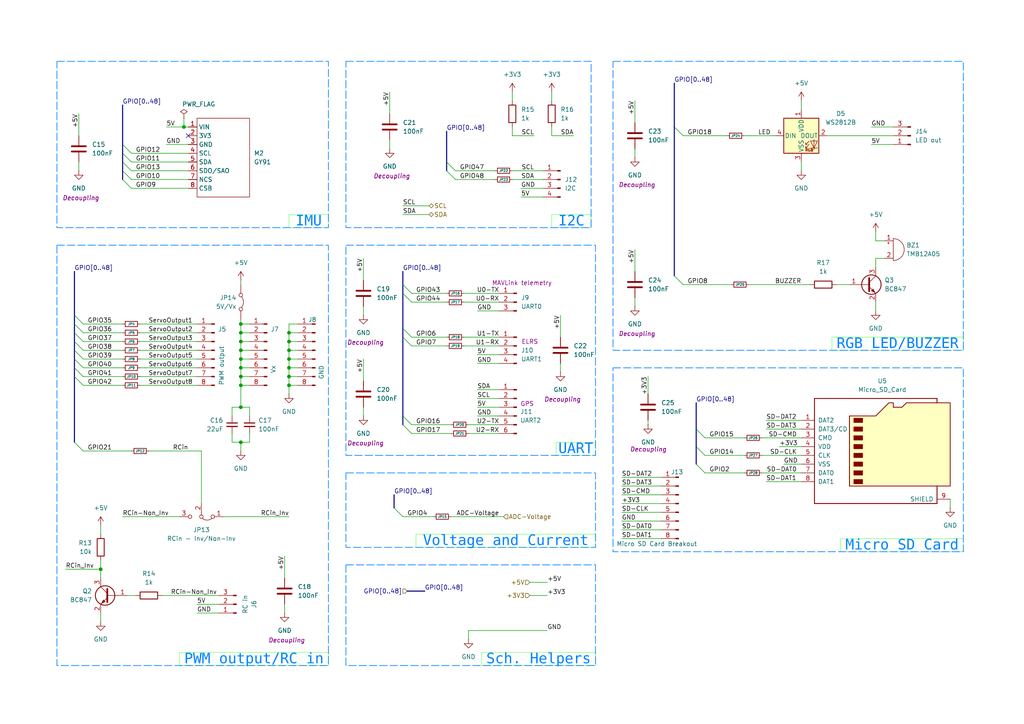
<source format=kicad_sch>
(kicad_sch (version 20250114) (generator "eeschema") (generator_version "9.0")
  (paper "A4")
  (title_block (title "Open-ESPilot"))
  (rectangle (start 16.51 71.12) (end 95.25 193.04) (stroke (width 0.2) (type dash) (color 0 128 255 1)))
  (rectangle (start 100.33 163.83) (end 172.72 193.04) (stroke (width 0.2) (type dash) (color 0 128 255 1)))
  (rectangle (start 16.51 17.78) (end 95.25 66.04) (stroke (width 0.2) (type dash) (color 0 128 255 1)))
  (rectangle (start 177.8 106.68) (end 279.4 160.02) (stroke (width 0.2) (type dash) (color 0 128 255 1)))
  (rectangle (start 100.33 137.16) (end 172.72 158.75) (stroke (width 0.2) (type dash) (color 0 128 255 1)))
  (rectangle (start 177.8 17.78) (end 279.4 101.6) (stroke (width 0.2) (type dash) (color 0 128 255 1)))
  (rectangle (start 100.33 71.12) (end 172.72 132.08) (stroke (width 0.2) (type dash) (color 0 128 255 1)))
  (rectangle (start 100.33 17.78) (end 171.45 66.04) (stroke (width 0.2) (type dash) (color 0 128 255 1)))
  (text_box "Micro SD Card" (at 243.84 156.21 0) (size 35.56 3.81) (margins 0.9525 0.9525 0.9525 0.9525) (stroke (width 0) (color 108 255 98 0.3)) (effects (font (size 3 3))))
  (text_box "Voltage and Current" (at 120.65 154.94 0) (size 52.07 3.81) (margins 0.9525 0.9525 0.9525 0.9525) (stroke (width 0) (color 108 255 98 0.3)) (effects (font (size 3 3))))
  (text_box "RGB LED/BUZZER" (at 241.3 97.79 0) (size 38.1 3.81) (margins 0.9525 0.9525 0.9525 0.9525) (stroke (width 0) (color 108 255 98 0.3)) (effects (font (size 3 3))))
  (text_box "Sch. Helpers" (at 139.7 189.23 0) (size 33.02 3.81) (margins 0.9525 0.9525 0.9525 0.9525) (stroke (width 0) (color 108 255 98 0.3)) (effects (font (size 3 3))))
  (text_box "IMU" (at 83.82 62.23 0) (size 11.43 3.81) (margins 0.9525 0.9525 0.9525 0.9525) (stroke (width 0) (color 108 255 98 0.3)) (effects (font (size 3 3))))
  (text_box "I2C" (at 160.02 62.23 0) (size 11.43 3.81) (margins 0.9525 0.9525 0.9525 0.9525) (stroke (width 0) (color 108 255 98 0.3)) (effects (font (size 3 3))))
  (text_box "UART" (at 161.29 128.27 0) (size 11.43 3.81) (margins 0.9525 0.9525 0.9525 0.9525) (stroke (width 0) (color 108 255 98 0.3)) (effects (font (size 3 3))))
  (text_box "PWM output/RC in" (at 52.07 189.23 0) (size 43.18 3.81) (margins 0.9525 0.9525 0.9525 0.9525) (stroke (width 0) (color 108 255 98 0.3)) (effects (font (size 3 3))))
  (junction (at 83.82 106.68))
  (junction (at 69.85 101.6))
  (junction (at 83.82 101.6))
  (junction (at 69.85 106.68))
  (junction (at 83.82 109.22))
  (junction (at 69.85 104.14))
  (junction (at 83.82 104.14))
  (junction (at 69.85 93.98))
  (junction (at 69.85 118.11))
  (junction (at 69.85 96.52))
  (junction (at 53.34 36.83))
  (junction (at 69.85 111.76))
  (junction (at 69.85 109.22))
  (junction (at 69.85 128.27))
  (junction (at 83.82 99.06))
  (junction (at 29.21 165.1))
  (junction (at 83.82 111.76))
  (junction (at 69.85 99.06))
  (junction (at 83.82 96.52))
  (no_connect (at 54.61 39.37))
  (bus_entry (at 116.84 97.79) (size 2.54 2.54))
  (bus_entry (at 35.56 52.07) (size 2.54 2.54))
  (bus_entry (at 116.84 120.65) (size 2.54 2.54))
  (bus_entry (at 116.84 85.09) (size 2.54 2.54))
  (bus_entry (at 195.58 80.01) (size 2.54 2.54))
  (bus_entry (at 35.56 46.99) (size 2.54 2.54))
  (bus_entry (at 21.59 104.14) (size 2.54 2.54))
  (bus_entry (at 201.93 124.46) (size 2.54 2.54))
  (bus_entry (at 195.58 36.83) (size 2.54 2.54))
  (bus_entry (at 21.59 101.6) (size 2.54 2.54))
  (bus_entry (at 21.59 91.44) (size 2.54 2.54))
  (bus_entry (at 21.59 106.68) (size 2.54 2.54))
  (bus_entry (at 21.59 93.98) (size 2.54 2.54))
  (bus_entry (at 116.84 95.25) (size 2.54 2.54))
  (bus_entry (at 21.59 99.06) (size 2.54 2.54))
  (bus_entry (at 129.54 49.53) (size 2.54 2.54))
  (bus_entry (at 129.54 46.99) (size 2.54 2.54))
  (bus_entry (at 21.59 109.22) (size 2.54 2.54))
  (bus_entry (at 21.59 96.52) (size 2.54 2.54))
  (bus_entry (at 116.84 123.19) (size 2.54 2.54))
  (bus_entry (at 116.84 82.55) (size 2.54 2.54))
  (bus_entry (at 201.93 129.54) (size 2.54 2.54))
  (bus_entry (at 35.56 44.45) (size 2.54 2.54))
  (bus_entry (at 35.56 49.53) (size 2.54 2.54))
  (bus_entry (at 35.56 41.91) (size 2.54 2.54))
  (bus_entry (at 114.3 147.32) (size 2.54 2.54))
  (bus_entry (at 21.59 128.27) (size 2.54 2.54))
  (bus_entry (at 201.93 134.62) (size 2.54 2.54))
  (wire (pts (xy 187.96 109.22) (xy 187.96 114.3)))
  (wire (pts (xy 148.59 26.67) (xy 148.59 29.21)))
  (wire (pts (xy 105.41 74.93) (xy 105.41 81.28)))
  (wire (pts (xy 160.02 39.37) (xy 166.37 39.37)))
  (wire (pts (xy 138.43 105.41) (xy 144.78 105.41)))
  (wire (pts (xy 72.39 118.11) (xy 69.85 118.11)))
  (wire (pts (xy 198.12 39.37) (xy 210.82 39.37)))
  (bus (pts (xy 129.54 46.99) (xy 129.54 49.53)))
  (wire (pts (xy 256.54 69.85) (xy 254 69.85)))
  (wire (pts (xy 105.41 118.11) (xy 105.41 120.65)))
  (wire (pts (xy 153.67 172.72) (xy 158.75 172.72)))
  (wire (pts (xy 69.85 93.98) (xy 72.39 93.98)))
  (wire (pts (xy 72.39 128.27) (xy 69.85 128.27)))
  (wire (pts (xy 148.59 52.07) (xy 157.48 52.07)))
  (wire (pts (xy 160.02 26.67) (xy 160.02 29.21)))
  (wire (pts (xy 254 77.47) (xy 254 74.93)))
  (wire (pts (xy 116.84 59.69) (xy 124.46 59.69)))
  (bus (pts (xy 116.84 78.74) (xy 116.84 82.55)))
  (wire (pts (xy 184.15 29.21) (xy 184.15 35.56)))
  (wire (pts (xy 204.47 127) (xy 215.9 127)))
  (wire (pts (xy 86.36 109.22) (xy 83.82 109.22)))
  (wire (pts (xy 191.77 151.13) (xy 180.34 151.13)))
  (wire (pts (xy 24.13 111.76) (xy 35.56 111.76)))
  (bus (pts (xy 35.56 46.99) (xy 35.56 49.53)))
  (wire (pts (xy 83.82 106.68) (xy 83.82 109.22)))
  (wire (pts (xy 40.64 101.6) (xy 57.15 101.6)))
  (wire (pts (xy 220.98 137.16) (xy 232.41 137.16)))
  (wire (pts (xy 82.55 161.29) (xy 82.55 167.64)))
  (wire (pts (xy 22.86 46.99) (xy 22.86 49.53)))
  (wire (pts (xy 39.37 172.72) (xy 36.83 172.72)))
  (wire (pts (xy 227.33 134.62) (xy 232.41 134.62)))
  (wire (pts (xy 134.62 87.63) (xy 144.78 87.63)))
  (wire (pts (xy 38.1 52.07) (xy 54.61 52.07)))
  (wire (pts (xy 222.25 124.46) (xy 232.41 124.46)))
  (wire (pts (xy 217.17 82.55) (xy 234.95 82.55)))
  (wire (pts (xy 105.41 88.9) (xy 105.41 91.44)))
  (bus (pts (xy 201.93 124.46) (xy 201.93 129.54)))
  (bus (pts (xy 114.3 143.51) (xy 114.3 147.32)))
  (wire (pts (xy 29.21 177.8) (xy 29.21 180.34)))
  (wire (pts (xy 113.03 40.64) (xy 113.03 43.18)))
  (wire (pts (xy 69.85 111.76) (xy 69.85 118.11)))
  (wire (pts (xy 252.73 36.83) (xy 259.08 36.83)))
  (bus (pts (xy 21.59 78.74) (xy 21.59 91.44)))
  (bus (pts (xy 195.58 36.83) (xy 195.58 80.01)))
  (wire (pts (xy 24.13 101.6) (xy 35.56 101.6)))
  (wire (pts (xy 57.15 177.8) (xy 63.5 177.8)))
  (wire (pts (xy 53.34 34.29) (xy 53.34 36.83)))
  (wire (pts (xy 116.84 149.86) (xy 125.73 149.86)))
  (bus (pts (xy 21.59 91.44) (xy 21.59 93.98)))
  (wire (pts (xy 38.1 44.45) (xy 54.61 44.45)))
  (wire (pts (xy 119.38 100.33) (xy 129.54 100.33)))
  (wire (pts (xy 69.85 104.14) (xy 69.85 106.68)))
  (wire (pts (xy 40.64 93.98) (xy 57.15 93.98)))
  (wire (pts (xy 67.31 125.73) (xy 67.31 128.27)))
  (wire (pts (xy 148.59 49.53) (xy 157.48 49.53)))
  (wire (pts (xy 135.89 182.88) (xy 158.75 182.88)))
  (wire (pts (xy 69.85 101.6) (xy 72.39 101.6)))
  (wire (pts (xy 69.85 96.52) (xy 72.39 96.52)))
  (wire (pts (xy 254 69.85) (xy 254 67.31)))
  (wire (pts (xy 204.47 132.08) (xy 215.9 132.08)))
  (bus (pts (xy 21.59 109.22) (xy 21.59 128.27)))
  (wire (pts (xy 24.13 93.98) (xy 35.56 93.98)))
  (wire (pts (xy 69.85 130.81) (xy 69.85 128.27)))
  (bus (pts (xy 21.59 93.98) (xy 21.59 96.52)))
  (wire (pts (xy 83.82 101.6) (xy 86.36 101.6)))
  (wire (pts (xy 46.99 172.72) (xy 63.5 172.72)))
  (wire (pts (xy 191.77 148.59) (xy 180.34 148.59)))
  (wire (pts (xy 119.38 125.73) (xy 130.81 125.73)))
  (wire (pts (xy 232.41 46.99) (xy 232.41 49.53)))
  (wire (pts (xy 69.85 93.98) (xy 69.85 96.52)))
  (wire (pts (xy 252.73 41.91) (xy 259.08 41.91)))
  (wire (pts (xy 198.12 82.55) (xy 212.09 82.55)))
  (wire (pts (xy 242.57 82.55) (xy 246.38 82.55)))
  (wire (pts (xy 69.85 92.71) (xy 69.85 93.98)))
  (wire (pts (xy 83.82 101.6) (xy 83.82 104.14)))
  (wire (pts (xy 138.43 113.03) (xy 144.78 113.03)))
  (wire (pts (xy 38.1 46.99) (xy 54.61 46.99)))
  (wire (pts (xy 57.15 175.26) (xy 63.5 175.26)))
  (wire (pts (xy 138.43 118.11) (xy 144.78 118.11)))
  (wire (pts (xy 184.15 86.36) (xy 184.15 88.9)))
  (bus (pts (xy 21.59 99.06) (xy 21.59 101.6)))
  (wire (pts (xy 222.25 121.92) (xy 232.41 121.92)))
  (bus (pts (xy 201.93 129.54) (xy 201.93 134.62)))
  (wire (pts (xy 220.98 127) (xy 232.41 127)))
  (wire (pts (xy 67.31 118.11) (xy 69.85 118.11)))
  (wire (pts (xy 69.85 96.52) (xy 69.85 99.06)))
  (wire (pts (xy 232.41 29.21) (xy 232.41 31.75)))
  (wire (pts (xy 83.82 106.68) (xy 86.36 106.68)))
  (wire (pts (xy 83.82 96.52) (xy 83.82 99.06)))
  (bus (pts (xy 35.56 49.53) (xy 35.56 52.07)))
  (bus (pts (xy 21.59 96.52) (xy 21.59 99.06)))
  (wire (pts (xy 24.13 130.81) (xy 38.1 130.81)))
  (wire (pts (xy 135.89 125.73) (xy 144.78 125.73)))
  (bus (pts (xy 35.56 41.91) (xy 35.56 44.45)))
  (wire (pts (xy 187.96 121.92) (xy 187.96 123.19)))
  (wire (pts (xy 67.31 128.27) (xy 69.85 128.27)))
  (wire (pts (xy 215.9 39.37) (xy 224.79 39.37)))
  (wire (pts (xy 116.84 62.23) (xy 124.46 62.23)))
  (wire (pts (xy 132.08 49.53) (xy 143.51 49.53)))
  (wire (pts (xy 135.89 123.19) (xy 144.78 123.19)))
  (wire (pts (xy 29.21 162.56) (xy 29.21 165.1)))
  (bus (pts (xy 116.84 85.09) (xy 116.84 95.25)))
  (wire (pts (xy 58.42 130.81) (xy 58.42 146.05)))
  (wire (pts (xy 119.38 85.09) (xy 129.54 85.09)))
  (wire (pts (xy 113.03 26.67) (xy 113.03 33.02)))
  (wire (pts (xy 69.85 109.22) (xy 69.85 111.76)))
  (wire (pts (xy 72.39 125.73) (xy 72.39 128.27)))
  (bus (pts (xy 21.59 101.6) (xy 21.59 104.14)))
  (wire (pts (xy 69.85 101.6) (xy 69.85 104.14)))
  (wire (pts (xy 69.85 99.06) (xy 69.85 101.6)))
  (bus (pts (xy 35.56 44.45) (xy 35.56 46.99)))
  (wire (pts (xy 83.82 104.14) (xy 83.82 106.68)))
  (wire (pts (xy 240.03 39.37) (xy 259.08 39.37)))
  (wire (pts (xy 135.89 182.88) (xy 135.89 185.42)))
  (wire (pts (xy 40.64 111.76) (xy 57.15 111.76)))
  (wire (pts (xy 72.39 118.11) (xy 72.39 120.65)))
  (bus (pts (xy 201.93 116.84) (xy 201.93 124.46)))
  (wire (pts (xy 29.21 165.1) (xy 29.21 167.64)))
  (wire (pts (xy 180.34 156.21) (xy 191.77 156.21)))
  (wire (pts (xy 222.25 139.7) (xy 232.41 139.7)))
  (wire (pts (xy 69.85 109.22) (xy 72.39 109.22)))
  (wire (pts (xy 86.36 111.76) (xy 83.82 111.76)))
  (wire (pts (xy 83.82 111.76) (xy 83.82 114.3)))
  (wire (pts (xy 24.13 96.52) (xy 35.56 96.52)))
  (wire (pts (xy 151.13 54.61) (xy 157.48 54.61)))
  (wire (pts (xy 220.98 132.08) (xy 232.41 132.08)))
  (wire (pts (xy 69.85 81.28) (xy 69.85 82.55)))
  (wire (pts (xy 130.81 149.86) (xy 146.05 149.86)))
  (wire (pts (xy 40.64 104.14) (xy 57.15 104.14)))
  (wire (pts (xy 138.43 120.65) (xy 144.78 120.65)))
  (wire (pts (xy 180.34 140.97) (xy 191.77 140.97)))
  (wire (pts (xy 134.62 97.79) (xy 144.78 97.79)))
  (wire (pts (xy 69.85 106.68) (xy 69.85 109.22)))
  (wire (pts (xy 83.82 99.06) (xy 83.82 101.6)))
  (wire (pts (xy 24.13 106.68) (xy 35.56 106.68)))
  (wire (pts (xy 24.13 99.06) (xy 35.56 99.06)))
  (wire (pts (xy 53.34 36.83) (xy 54.61 36.83)))
  (wire (pts (xy 38.1 54.61) (xy 54.61 54.61)))
  (wire (pts (xy 254 74.93) (xy 256.54 74.93)))
  (wire (pts (xy 162.56 91.44) (xy 162.56 97.79)))
  (wire (pts (xy 151.13 57.15) (xy 157.48 57.15)))
  (bus (pts (xy 195.58 24.13) (xy 195.58 36.83)))
  (wire (pts (xy 64.77 149.86) (xy 83.82 149.86)))
  (wire (pts (xy 83.82 109.22) (xy 83.82 111.76)))
  (bus (pts (xy 35.56 30.48) (xy 35.56 41.91)))
  (wire (pts (xy 38.1 49.53) (xy 54.61 49.53)))
  (wire (pts (xy 83.82 104.14) (xy 86.36 104.14)))
  (wire (pts (xy 138.43 115.57) (xy 144.78 115.57)))
  (wire (pts (xy 40.64 109.22) (xy 57.15 109.22)))
  (wire (pts (xy 184.15 72.39) (xy 184.15 78.74)))
  (wire (pts (xy 82.55 175.26) (xy 82.55 177.8)))
  (wire (pts (xy 72.39 111.76) (xy 69.85 111.76)))
  (wire (pts (xy 254 87.63) (xy 254 90.17)))
  (wire (pts (xy 69.85 104.14) (xy 72.39 104.14)))
  (wire (pts (xy 67.31 118.11) (xy 67.31 120.65)))
  (wire (pts (xy 40.64 99.06) (xy 57.15 99.06)))
  (wire (pts (xy 69.85 106.68) (xy 72.39 106.68)))
  (bus (pts (xy 116.84 120.65) (xy 116.84 123.19)))
  (wire (pts (xy 204.47 137.16) (xy 215.9 137.16)))
  (wire (pts (xy 22.86 33.02) (xy 22.86 39.37)))
  (wire (pts (xy 83.82 99.06) (xy 86.36 99.06)))
  (wire (pts (xy 191.77 153.67) (xy 180.34 153.67)))
  (wire (pts (xy 48.26 41.91) (xy 54.61 41.91)))
  (bus (pts (xy 21.59 106.68) (xy 21.59 109.22)))
  (bus (pts (xy 116.84 82.55) (xy 116.84 85.09)))
  (wire (pts (xy 105.41 104.14) (xy 105.41 110.49)))
  (wire (pts (xy 226.06 129.54) (xy 232.41 129.54)))
  (wire (pts (xy 134.62 85.09) (xy 144.78 85.09)))
  (wire (pts (xy 40.64 106.68) (xy 57.15 106.68)))
  (wire (pts (xy 119.38 123.19) (xy 130.81 123.19)))
  (wire (pts (xy 275.59 144.78) (xy 275.59 147.32)))
  (wire (pts (xy 180.34 138.43) (xy 191.77 138.43)))
  (wire (pts (xy 69.85 99.06) (xy 72.39 99.06)))
  (wire (pts (xy 153.67 168.91) (xy 158.75 168.91)))
  (wire (pts (xy 24.13 104.14) (xy 35.56 104.14)))
  (wire (pts (xy 83.82 96.52) (xy 86.36 96.52)))
  (wire (pts (xy 48.26 36.83) (xy 53.34 36.83)))
  (bus (pts (xy 116.84 95.25) (xy 116.84 97.79)))
  (wire (pts (xy 138.43 90.17) (xy 144.78 90.17)))
  (wire (pts (xy 138.43 102.87) (xy 144.78 102.87)))
  (wire (pts (xy 191.77 146.05) (xy 180.34 146.05)))
  (wire (pts (xy 162.56 105.41) (xy 162.56 107.95)))
  (wire (pts (xy 119.38 87.63) (xy 129.54 87.63)))
  (bus (pts (xy 21.59 104.14) (xy 21.59 106.68)))
  (wire (pts (xy 29.21 152.4) (xy 29.21 154.94)))
  (bus (pts (xy 129.54 38.1) (xy 129.54 46.99)))
  (wire (pts (xy 184.15 43.18) (xy 184.15 45.72)))
  (bus (pts (xy 118.11 171.45) (xy 123.19 171.45)))
  (wire (pts (xy 40.64 96.52) (xy 57.15 96.52)))
  (wire (pts (xy 148.59 39.37) (xy 154.94 39.37)))
  (wire (pts (xy 134.62 100.33) (xy 144.78 100.33)))
  (wire (pts (xy 132.08 52.07) (xy 143.51 52.07)))
  (wire (pts (xy 24.13 109.22) (xy 35.56 109.22)))
  (wire (pts (xy 83.82 93.98) (xy 83.82 96.52)))
  (wire (pts (xy 86.36 93.98) (xy 83.82 93.98)))
  (wire (pts (xy 119.38 97.79) (xy 129.54 97.79)))
  (wire (pts (xy 43.18 130.81) (xy 58.42 130.81)))
  (wire (pts (xy 148.59 36.83) (xy 148.59 39.37)))
  (wire (pts (xy 29.21 165.1) (xy 19.05 165.1)))
  (bus (pts (xy 116.84 97.79) (xy 116.84 120.65)))
  (wire (pts (xy 52.07 149.86) (xy 35.56 149.86)))
  (wire (pts (xy 191.77 143.51) (xy 180.34 143.51)))
  (wire (pts (xy 160.02 36.83) (xy 160.02 39.37)))
  (label "SDA" (at 166.37 39.37 180))
  (label "+3V3" (at 180.34 146.05 0))
  (label "+5V" (at 105.41 74.93 270))
  (label "5V" (at 252.73 41.91 0))
  (label "5V" (at 57.15 175.26 0))
  (label "GND" (at 158.75 182.88 0))
  (label "SD-CLK" (at 180.34 148.59 0))
  (label "GND" (at 138.43 105.41 0))
  (label "U2-TX" (at 144.78 123.19 180))
  (label "ServoOutput7" (at 55.88 109.22 180))
  (label "SDA" (at 154.94 52.07 180))
  (label "GPIO6" (at 120.65 97.79 0))
  (label "GPIO15" (at 205.74 127 0))
  (label "GPIO43" (at 120.65 85.09 0))
  (label "GPIO4" (at 118.11 149.86 0))
  (label "GPIO18" (at 199.39 39.37 0))
  (label "5V" (at 151.13 57.15 0))
  (label "SD-DAT3" (at 222.25 124.46 0))
  (label "GPIO36" (at 25.4 96.52 0))
  (label "GPIO35" (at 25.4 93.98 0))
  (label "RCin_Inv" (at 83.82 149.86 180))
  (label "+5V" (at 82.55 161.29 270))
  (label "U0-TX" (at 144.78 85.09 180))
  (label "SCL" (at 154.94 39.37 180))
  (label "GPIO48" (at 133.35 52.07 0))
  (label "GPIO11" (at 39.37 46.99 0))
  (label "SD-DAT0" (at 180.34 153.67 0))
  (label "SD-DAT0" (at 231.14 137.16 180))
  (label "GND" (at 151.13 54.61 0))
  (label "SD-DAT2" (at 222.25 121.92 0))
  (label "GPIO2" (at 205.74 137.16 0))
  (label "RCin" (at 54.61 130.81 180))
  (label "+3V3" (at 226.06 129.54 0))
  (label "GPIO13" (at 39.37 49.53 0))
  (label "GND" (at 48.26 41.91 0))
  (label "GPIO9" (at 39.37 54.61 0))
  (label "SCL" (at 138.43 115.57 0))
  (label "5V" (at 138.43 102.87 0))
  (label "U2-RX" (at 144.78 125.73 180))
  (label "SDA" (at 138.43 113.03 0))
  (label "GPIO8" (at 199.39 82.55 0))
  (label "GPIO7" (at 120.65 100.33 0))
  (label "GPIO14" (at 205.74 132.08 0))
  (label "RCin-Non_Inv" (at 35.56 149.86 0))
  (label "SD-DAT1" (at 222.25 139.7 0))
  (label "+3V3" (at 158.75 172.72 0))
  (label "BUZZER" (at 232.41 82.55 180))
  (label "ServoOutput3" (at 55.88 99.06 180))
  (label "+5V" (at 158.75 168.91 0))
  (label "GND" (at 252.73 36.83 0))
  (label "ServoOutput4" (at 55.88 101.6 180))
  (label "GPIO16" (at 120.65 123.19 0))
  (label "SD-CMD" (at 231.14 127 180))
  (label "GPIO[0..48]" (at 21.59 78.74 0))
  (label "RCin_Inv" (at 19.05 165.1 0))
  (label "GND" (at 227.33 134.62 0))
  (label "GPIO37" (at 25.4 99.06 0))
  (label "+5V" (at 113.03 26.67 270))
  (label "5V" (at 48.26 36.83 0))
  (label "GPIO39" (at 25.4 104.14 0))
  (label "GND" (at 138.43 120.65 0))
  (label "SD-DAT1" (at 180.34 156.21 0))
  (label "GPIO38" (at 25.4 101.6 0))
  (label "ServoOutput5" (at 55.88 104.14 180))
  (label "U0-RX" (at 144.78 87.63 180))
  (label "LED" (at 223.52 39.37 180))
  (label "GPIO42" (at 25.4 111.76 0))
  (label "GPIO17" (at 120.65 125.73 0))
  (label "GPIO21" (at 25.4 130.81 0))
  (label "ADC-Voltage" (at 144.78 149.86 180))
  (label "SD-DAT2" (at 180.34 138.43 0))
  (label "5V" (at 138.43 118.11 0))
  (label "U1-TX" (at 144.78 97.79 180))
  (label "SD-CLK" (at 231.14 132.08 180))
  (label "+5V" (at 22.86 33.02 270))
  (label "SD-CMD" (at 180.34 143.51 0))
  (label "ServoOutput2" (at 55.88 96.52 180))
  (label "GND" (at 138.43 90.17 0))
  (label "ServoOutput8" (at 55.88 111.76 180))
  (label "GPIO[0..48]" (at 129.54 38.1 0))
  (label "GPIO[0..48]" (at 116.84 78.74 0))
  (label "ServoOutput6" (at 55.88 106.68 180))
  (label "+3V3" (at 187.96 109.22 270))
  (label "GPIO10" (at 39.37 52.07 0))
  (label "GPIO[0..48]" (at 114.3 143.51 0))
  (label "+5V" (at 184.15 29.21 270))
  (label "GPIO47" (at 133.35 49.53 0))
  (label "GPIO44" (at 120.65 87.63 0))
  (label "SCL" (at 154.94 49.53 180))
  (label "SDA" (at 116.84 62.23 0))
  (label "GPIO40" (at 25.4 106.68 0))
  (label "GND" (at 180.34 151.13 0))
  (label "GPIO[0..48]" (at 35.56 30.48 0))
  (label "SCL" (at 116.84 59.69 0))
  (label "+5V" (at 162.56 91.44 270))
  (label "GPIO[0..48]" (at 123.19 171.45 0))
  (label "+5V" (at 105.41 104.14 270))
  (label "ServoOutput1" (at 55.88 93.98 180))
  (label "GPIO41" (at 25.4 109.22 0))
  (label "GPIO[0..48]" (at 201.93 116.84 0))
  (label "RCin-Non_Inv" (at 49.53 172.72 0))
  (label "GPIO12" (at 39.37 44.45 0))
  (label "SD-DAT3" (at 180.34 140.97 0))
  (label "U1-RX" (at 144.78 100.33 180))
  (label "GND" (at 57.15 177.8 0))
  (label "+5V" (at 184.15 72.39 270))
  (label "GPIO[0..48]" (at 195.58 24.13 0))
  (hierarchical_label "SDA" (shape bidirectional) (at 124.46 62.23 0))
  (hierarchical_label "ADC-Voltage" (shape input) (at 146.05 149.86 0))
  (hierarchical_label "GPIO[0..48]" (shape input) (at 118.11 171.45 180))
  (hierarchical_label "SCL" (shape bidirectional) (at 124.46 59.69 0))
  (hierarchical_label "+5V" (shape input) (at 153.67 168.91 180))
  (hierarchical_label "+3V3" (shape input) (at 153.67 172.72 180))
  (symbol (lib_id "Device:C") (at 184.15 82.55 0) (unit 1)
    (property "Reference" "C24" (at 187.96 81.2799 0) (effects (justify left)))
    (property "Value" "100nF" (at 187.96 83.8199 0) (effects (justify left)))
    (property "Footprint" "Capacitor_SMD:C_0805_2012Metric_Pad1.18x1.45mm_HandSolder" (effects (hide yes)))
    (property "Description" "Unpolarized capacitor" (effects (hide yes)))
    (property "Function" "Decoupling" (at 184.658 96.774 0) (effects (font (italic yes))))
  )
  (symbol (lib_id "Connector:Micro_SD_Card") (at 255.27 129.54 0) (unit 1)
    (property "Reference" "U5" (at 255.905 110.49 0))
    (property "Value" "Micro_SD_Card" (at 255.905 113.03 0))
    (property "Footprint" "Connector_Card:microSD_HC_Hirose_DM3AT-SF-PEJM5" (effects (hide yes)))
    (property "Datasheet" "https://www.we-online.com/components/products/datasheet/693072010801.pdf" (effects (hide yes)))
    (property "Description" "Micro SD Card Socket" (effects (hide yes)))
    (property "LCSC" "C114218" (effects (hide yes)))
  )
  (symbol (lib_id "Connector:Conn_01x06_Pin") (at 149.86 118.11 0) (mirror y) (unit 1)
    (property "Reference" "J11" (at 150.876 119.3799 0) (effects (justify right)))
    (property "Value" "UART2" (at 150.876 121.9199 0) (effects (justify right)))
    (property "Footprint" "Connector_PinHeader_2.54mm:PinHeader_1x06_P2.54mm_Vertical" (effects (hide yes)))
    (property "Description" "Generic connector, single row, 01x06, script generated" (effects (hide yes)))
    (property "Ardupilot default usage" "GPS" (at 152.908 117.094 0))
  )
  (symbol (lib_id "power:+5V") (at 69.85 81.28 0) (unit 1)
    (property "Reference" "#PWR043" (effects (hide yes)))
    (property "Value" "+5V" (at 69.85 76.2 0))
    (property "Description" "Power symbol creates a global label with name \"+5V\"" (effects (hide yes)))
  )
  (symbol (lib_id "power:GND") (at 113.03 43.18 0) (unit 1)
    (property "Reference" "#PWR049" (effects (hide yes)))
    (property "Value" "GND" (at 113.03 48.26 0))
    (property "Description" "Power symbol creates a global label with name \"GND\" , ground" (effects (hide yes)))
  )
  (symbol (lib_id "Connector:Conn_01x03_Pin") (at 149.86 87.63 0) (mirror y) (unit 1)
    (property "Reference" "J9" (at 151.13 86.3599 0) (effects (justify right)))
    (property "Value" "UART0" (at 151.13 88.8999 0) (effects (justify right)))
    (property "Footprint" "Connector_PinHeader_2.54mm:PinHeader_1x03_P2.54mm_Vertical" (effects (hide yes)))
    (property "Description" "Generic connector, single row, 01x03, script generated" (effects (hide yes)))
    (property "Ardupilot default usage" "MAVLink telemetry" (at 151.384 82.042 0))
  )
  (symbol (lib_id "Device:R_Small") (at 214.63 82.55 270) (unit 1)
    (property "Reference" "JP25" (at 214.63 82.55 90) (effects (font (size 0.7 0.7))))
    (property "Value" "R_Small" (effects (hide yes)))
    (property "Footprint" "Jumper:SolderJumper-2_P1.3mm_Bridged2Bar_RoundedPad1.0x1.5mm" (effects (hide yes)))
    (property "Description" "Resistor, small symbol" (effects (hide yes)))
  )
  (symbol (lib_id "Device:R_Small") (at 38.1 109.22 270) (unit 1)
    (property "Reference" "JP10" (at 38.1 109.22 90) (effects (font (size 0.7 0.7))))
    (property "Value" "R_Small" (effects (hide yes)))
    (property "Footprint" "Jumper:SolderJumper-2_P1.3mm_Bridged2Bar_RoundedPad1.0x1.5mm" (effects (hide yes)))
    (property "Description" "Resistor, small symbol" (effects (hide yes)))
  )
  (symbol (lib_id "Transistor_BJT:BC847") (at 31.75 172.72 0) (mirror y) (unit 1)
    (property "Reference" "Q2" (at 26.67 171.4499 0) (effects (justify left)))
    (property "Value" "BC847" (at 26.67 173.9899 0) (effects (justify left)))
    (property "Footprint" "Package_TO_SOT_SMD:SOT-23" (effects (hide yes)))
    (property "Datasheet" "http://www.infineon.com/dgdl/Infineon-BC847SERIES_BC848SERIES_BC849SERIES_BC850SERIES-DS-v01_01-en.pdf?fileId=db3a304314dca389011541d4630a1657" (effects (hide yes)))
    (property "Description" "0.1A Ic, 45V Vce, NPN Transistor, SOT-23" (effects (hide yes)))
    (property "LCSC" "C57668" (effects (hide yes)))
  )
  (symbol (lib_id "power:+3V3") (at 148.59 26.67 0) (unit 1)
    (property "Reference" "#PWR051" (effects (hide yes)))
    (property "Value" "+3V3" (at 148.59 21.59 0))
    (property "Description" "Power symbol creates a global label with name \"+3V3\"" (effects (hide yes)))
  )
  (symbol (lib_id "Device:R_Small") (at 40.64 130.81 270) (unit 1)
    (property "Reference" "JP12" (at 40.64 130.81 90) (effects (font (size 0.7 0.7))))
    (property "Value" "R_Small" (effects (hide yes)))
    (property "Footprint" "Jumper:SolderJumper-2_P1.3mm_Bridged2Bar_RoundedPad1.0x1.5mm" (effects (hide yes)))
    (property "Description" "Resistor, small symbol" (effects (hide yes)))
  )
  (symbol (lib_id "Device:R_Small") (at 38.1 106.68 270) (unit 1)
    (property "Reference" "JP9" (at 38.1 106.68 90) (effects (font (size 0.7 0.7))))
    (property "Value" "R_Small" (effects (hide yes)))
    (property "Footprint" "Jumper:SolderJumper-2_P1.3mm_Bridged2Bar_RoundedPad1.0x1.5mm" (effects (hide yes)))
    (property "Description" "Resistor, small symbol" (effects (hide yes)))
  )
  (symbol (lib_id "power:GND") (at 105.41 91.44 0) (unit 1)
    (property "Reference" "#PWR047" (effects (hide yes)))
    (property "Value" "GND" (at 105.41 96.52 0))
    (property "Description" "Power symbol creates a global label with name \"GND\" , ground" (effects (hide yes)))
  )
  (symbol (lib_id "Device:C_Small") (at 67.31 123.19 0) (mirror y) (unit 1)
    (property "Reference" "C16" (at 64.77 121.9262 0) (effects (justify left)))
    (property "Value" "22uF" (at 64.77 124.4662 0) (effects (justify left)))
    (property "Footprint" "Capacitor_SMD:C_0805_2012Metric_Pad1.18x1.45mm_HandSolder" (effects (hide yes)))
    (property "Description" "Unpolarized capacitor, small symbol" (effects (hide yes)))
    (property "Function" "Decoupling" (effects (hide yes)))
  )
  (symbol (lib_id "Device:C") (at 113.03 36.83 0) (unit 1)
    (property "Reference" "C21" (at 116.84 35.5599 0) (effects (justify left)))
    (property "Value" "100nF" (at 116.84 38.0999 0) (effects (justify left)))
    (property "Footprint" "Capacitor_SMD:C_0805_2012Metric_Pad1.18x1.45mm_HandSolder" (effects (hide yes)))
    (property "Description" "Unpolarized capacitor" (effects (hide yes)))
    (property "Function" "Decoupling" (at 113.538 51.054 0) (effects (font (italic yes))))
  )
  (symbol (lib_id "Device:Buzzer") (at 259.08 72.39 0) (unit 1)
    (property "Reference" "BZ1" (at 262.89 71.1199 0) (effects (justify left)))
    (property "Value" "TMB12A05" (at 262.89 73.6599 0) (effects (justify left)))
    (property "Footprint" "Buzzer_Beeper:Buzzer_12x9.5RM7.6" (effects (hide yes)))
    (property "Description" "Buzzer, polarized" (effects (hide yes)))
    (property "LCSC" "C96093" (effects (hide yes)))
  )
  (symbol (lib_id "Device:R_Small") (at 218.44 132.08 270) (unit 1)
    (property "Reference" "JP27" (at 218.44 132.08 90) (effects (font (size 0.7 0.7))))
    (property "Value" "R_Small" (effects (hide yes)))
    (property "Footprint" "Jumper:SolderJumper-2_P1.3mm_Bridged2Bar_RoundedPad1.0x1.5mm" (effects (hide yes)))
    (property "Description" "Resistor, small symbol" (effects (hide yes)))
  )
  (symbol (lib_id "Device:R_Small") (at 213.36 39.37 270) (unit 1)
    (property "Reference" "JP24" (at 213.36 39.37 90) (effects (font (size 0.7 0.7))))
    (property "Value" "R_Small" (effects (hide yes)))
    (property "Footprint" "Jumper:SolderJumper-2_P1.3mm_Bridged2Bar_RoundedPad1.0x1.5mm" (effects (hide yes)))
    (property "Description" "Resistor, small symbol" (effects (hide yes)))
  )
  (symbol (lib_id "Device:R_Small") (at 38.1 101.6 270) (unit 1)
    (property "Reference" "JP7" (at 38.1 101.6 90) (effects (font (size 0.7 0.7))))
    (property "Value" "R_Small" (effects (hide yes)))
    (property "Footprint" "Jumper:SolderJumper-2_P1.3mm_Bridged2Bar_RoundedPad1.0x1.5mm" (effects (hide yes)))
    (property "Description" "Resistor, small symbol" (effects (hide yes)))
  )
  (symbol (lib_id "Device:R_Small") (at 38.1 96.52 270) (unit 1)
    (property "Reference" "JP5" (at 38.1 96.52 90) (effects (font (size 0.7 0.7))))
    (property "Value" "R_Small" (effects (hide yes)))
    (property "Footprint" "Jumper:SolderJumper-2_P1.3mm_Bridged2Bar_RoundedPad1.0x1.5mm" (effects (hide yes)))
    (property "Description" "Resistor, small symbol" (effects (hide yes)))
  )
  (symbol (lib_id "Device:R_Small") (at 38.1 93.98 270) (unit 1)
    (property "Reference" "JP4" (at 38.1 93.98 90) (effects (font (size 0.7 0.7))))
    (property "Value" "R_Small" (effects (hide yes)))
    (property "Footprint" "Jumper:SolderJumper-2_P1.3mm_Bridged2Bar_RoundedPad1.0x1.5mm" (effects (hide yes)))
    (property "Description" "Resistor, small symbol" (effects (hide yes)))
  )
  (symbol (lib_id "power:GND") (at 83.82 114.3 0) (unit 1)
    (property "Reference" "#PWR046" (effects (hide yes)))
    (property "Value" "GND" (at 83.82 119.38 0))
    (property "Description" "Power symbol creates a global label with name \"GND\" , ground" (effects (hide yes)))
  )
  (symbol (lib_id "Device:C") (at 162.56 101.6 0) (unit 1)
    (property "Reference" "C22" (at 166.37 100.3299 0) (effects (justify left)))
    (property "Value" "100nF" (at 166.37 102.8699 0) (effects (justify left)))
    (property "Footprint" "Capacitor_SMD:C_0805_2012Metric_Pad1.18x1.45mm_HandSolder" (effects (hide yes)))
    (property "Description" "Unpolarized capacitor" (effects (hide yes)))
    (property "Function" "Decoupling" (at 163.068 115.824 0) (effects (font (italic yes))))
  )
  (symbol (lib_id "Connector:Conn_01x08_Pin") (at 91.44 101.6 0) (mirror y) (unit 1)
    (property "Reference" "J8" (at 89.408 92.71 0) (effects (justify right)))
    (property "Value" "GND" (at 93.218 105.918 90) (effects (justify right)))
    (property "Footprint" "Connector_PinHeader_2.54mm:PinHeader_1x08_P2.54mm_Vertical" (effects (hide yes)))
    (property "Description" "Generic connector, single row, 01x08, script generated" (effects (hide yes)))
  )
  (symbol (lib_id "Device:R_Small") (at 38.1 104.14 270) (unit 1)
    (property "Reference" "JP8" (at 38.1 104.14 90) (effects (font (size 0.7 0.7))))
    (property "Value" "R_Small" (effects (hide yes)))
    (property "Footprint" "Jumper:SolderJumper-2_P1.3mm_Bridged2Bar_RoundedPad1.0x1.5mm" (effects (hide yes)))
    (property "Description" "Resistor, small symbol" (effects (hide yes)))
  )
  (symbol (lib_id "power:+5V") (at 232.41 29.21 0) (unit 1)
    (property "Reference" "#PWR057" (effects (hide yes)))
    (property "Value" "+5V" (at 232.41 24.13 0))
    (property "Description" "Power symbol creates a global label with name \"+5V\"" (effects (hide yes)))
  )
  (symbol (lib_id "Connector:Conn_01x03_Pin") (at 68.58 175.26 180) (unit 1)
    (property "Reference" "J6" (at 73.66 175.26 90))
    (property "Value" "RC in" (at 71.12 175.26 90))
    (property "Footprint" "Connector_PinHeader_2.54mm:PinHeader_1x03_P2.54mm_Vertical" (effects (hide yes)))
    (property "Description" "Generic connector, single row, 01x03, script generated" (effects (hide yes)))
  )
  (symbol (lib_id "Device:R_Small") (at 128.27 149.86 270) (unit 1)
    (property "Reference" "JP15" (at 128.27 149.86 90) (effects (font (size 0.7 0.7))))
    (property "Value" "R_Small" (effects (hide yes)))
    (property "Footprint" "Jumper:SolderJumper-2_P1.3mm_Bridged2Bar_RoundedPad1.0x1.5mm" (effects (hide yes)))
    (property "Description" "Resistor, small symbol" (effects (hide yes)))
  )
  (symbol (lib_id "Device:R_Small") (at 38.1 99.06 270) (unit 1)
    (property "Reference" "JP6" (at 38.1 99.06 90) (effects (font (size 0.7 0.7))))
    (property "Value" "R_Small" (effects (hide yes)))
    (property "Footprint" "Jumper:SolderJumper-2_P1.3mm_Bridged2Bar_RoundedPad1.0x1.5mm" (effects (hide yes)))
    (property "Description" "Resistor, small symbol" (effects (hide yes)))
  )
  (symbol (lib_id "power:+5V") (at 254 67.31 0) (unit 1)
    (property "Reference" "#PWR059" (effects (hide yes)))
    (property "Value" "+5V" (at 254 62.23 0))
    (property "Description" "Power symbol creates a global label with name \"+5V\"" (effects (hide yes)))
  )
  (symbol (lib_id "Device:C") (at 105.41 85.09 0) (unit 1)
    (property "Reference" "C19" (at 109.22 83.8199 0) (effects (justify left)))
    (property "Value" "100nF" (at 109.22 86.3599 0) (effects (justify left)))
    (property "Footprint" "Capacitor_SMD:C_0805_2012Metric_Pad1.18x1.45mm_HandSolder" (effects (hide yes)))
    (property "Description" "Unpolarized capacitor" (effects (hide yes)))
    (property "Function" "Decoupling" (at 105.918 99.314 0) (effects (font (italic yes))))
  )
  (symbol (lib_id "Device:R_Small") (at 132.08 87.63 270) (unit 1)
    (property "Reference" "JP17" (at 132.08 87.63 90) (effects (font (size 0.7 0.7))))
    (property "Value" "R_Small" (effects (hide yes)))
    (property "Footprint" "Jumper:SolderJumper-2_P1.3mm_Bridged2Bar_RoundedPad1.0x1.5mm" (effects (hide yes)))
    (property "Description" "Resistor, small symbol" (effects (hide yes)))
  )
  (symbol (lib_id "power:GND") (at 184.15 45.72 0) (unit 1)
    (property "Reference" "#PWR054" (effects (hide yes)))
    (property "Value" "GND" (at 184.15 50.8 0))
    (property "Description" "Power symbol creates a global label with name \"GND\" , ground" (effects (hide yes)))
  )
  (symbol (lib_id "Device:R_Small") (at 218.44 127 270) (unit 1)
    (property "Reference" "JP26" (at 218.44 127 90) (effects (font (size 0.7 0.7))))
    (property "Value" "R_Small" (effects (hide yes)))
    (property "Footprint" "Jumper:SolderJumper-2_P1.3mm_Bridged2Bar_RoundedPad1.0x1.5mm" (effects (hide yes)))
    (property "Description" "Resistor, small symbol" (effects (hide yes)))
  )
  (symbol (lib_id "power:PWR_FLAG") (at 53.34 34.29 0) (mirror y) (unit 1)
    (property "Reference" "#FLG06" (effects (hide yes)))
    (property "Value" "PWR_FLAG" (at 52.832 30.226 0) (effects (justify right)))
    (property "Description" "Special symbol for telling ERC where power comes from" (effects (hide yes)))
  )
  (symbol (lib_id "Device:R_Small") (at 218.44 137.16 270) (unit 1)
    (property "Reference" "JP28" (at 218.44 137.16 90) (effects (font (size 0.7 0.7))))
    (property "Value" "R_Small" (effects (hide yes)))
    (property "Footprint" "Jumper:SolderJumper-2_P1.3mm_Bridged2Bar_RoundedPad1.0x1.5mm" (effects (hide yes)))
    (property "Description" "Resistor, small symbol" (effects (hide yes)))
  )
  (symbol (lib_id "Device:R") (at 43.18 172.72 270) (mirror x) (unit 1)
    (property "Reference" "R14" (at 43.18 166.37 90))
    (property "Value" "1k" (at 43.18 168.91 90))
    (property "Footprint" "Resistor_SMD:R_0805_2012Metric_Pad1.20x1.40mm_HandSolder" (effects (hide yes)))
    (property "Description" "Resistor" (effects (hide yes)))
  )
  (symbol (lib_id "Device:R") (at 29.21 158.75 0) (mirror y) (unit 1)
    (property "Reference" "R13" (at 26.67 157.4799 0) (effects (justify left)))
    (property "Value" "10k" (at 26.67 160.0199 0) (effects (justify left)))
    (property "Footprint" "Resistor_SMD:R_0805_2012Metric_Pad1.20x1.40mm_HandSolder" (effects (hide yes)))
    (property "Description" "Resistor" (effects (hide yes)))
  )
  (symbol (lib_id "power:+3V3") (at 160.02 26.67 0) (unit 1)
    (property "Reference" "#PWR052" (effects (hide yes)))
    (property "Value" "+3V3" (at 160.02 21.59 0))
    (property "Description" "Power symbol creates a global label with name \"+3V3\"" (effects (hide yes)))
  )
  (symbol (lib_id "power:GND") (at 105.41 120.65 0) (unit 1)
    (property "Reference" "#PWR048" (effects (hide yes)))
    (property "Value" "GND" (at 105.41 125.73 0))
    (property "Description" "Power symbol creates a global label with name \"GND\" , ground" (effects (hide yes)))
  )
  (symbol (lib_id "power:GND") (at 184.15 88.9 0) (unit 1)
    (property "Reference" "#PWR055" (effects (hide yes)))
    (property "Value" "GND" (at 184.15 93.98 0))
    (property "Description" "Power symbol creates a global label with name \"GND\" , ground" (effects (hide yes)))
  )
  (symbol (lib_id "power:GND") (at 29.21 180.34 0) (mirror y) (unit 1)
    (property "Reference" "#PWR042" (effects (hide yes)))
    (property "Value" "GND" (at 29.21 185.42 0))
    (property "Description" "Power symbol creates a global label with name \"GND\" , ground" (effects (hide yes)))
  )
  (symbol (lib_id "Device:C") (at 22.86 43.18 0) (unit 1)
    (property "Reference" "C15" (at 26.67 41.9099 0) (effects (justify left)))
    (property "Value" "100nF" (at 26.67 44.4499 0) (effects (justify left)))
    (property "Footprint" "Capacitor_SMD:C_0805_2012Metric_Pad1.18x1.45mm_HandSolder" (effects (hide yes)))
    (property "Description" "Unpolarized capacitor" (effects (hide yes)))
    (property "Function" "Decoupling" (at 23.368 57.404 0) (effects (font (italic yes))))
  )
  (symbol (lib_id "power:GND") (at 162.56 107.95 0) (unit 1)
    (property "Reference" "#PWR053" (effects (hide yes)))
    (property "Value" "GND" (at 162.56 113.03 0))
    (property "Description" "Power symbol creates a global label with name \"GND\" , ground" (effects (hide yes)))
  )
  (symbol (lib_id "power:GND") (at 82.55 177.8 0) (unit 1)
    (property "Reference" "#PWR045" (effects (hide yes)))
    (property "Value" "GND" (at 82.55 182.88 0))
    (property "Description" "Power symbol creates a global label with name \"GND\" , ground" (effects (hide yes)))
  )
  (symbol (lib_id "Device:R_Small") (at 133.35 125.73 270) (unit 1)
    (property "Reference" "JP21" (at 133.35 125.73 90) (effects (font (size 0.7 0.7))))
    (property "Value" "R_Small" (effects (hide yes)))
    (property "Footprint" "Jumper:SolderJumper-2_P1.3mm_Bridged2Bar_RoundedPad1.0x1.5mm" (effects (hide yes)))
    (property "Description" "Resistor, small symbol" (effects (hide yes)))
  )
  (symbol (lib_id "Device:R_Small") (at 132.08 97.79 270) (unit 1)
    (property "Reference" "JP18" (at 132.08 97.79 90) (effects (font (size 0.7 0.7))))
    (property "Value" "R_Small" (effects (hide yes)))
    (property "Footprint" "Jumper:SolderJumper-2_P1.3mm_Bridged2Bar_RoundedPad1.0x1.5mm" (effects (hide yes)))
    (property "Description" "Resistor, small symbol" (effects (hide yes)))
  )
  (symbol (lib_id "GY-91:GY-91") (at 64.77 45.72 0) (unit 1)
    (property "Reference" "M2" (at 73.66 44.4499 0) (effects (justify left)))
    (property "Value" "GY91" (at 73.66 46.9899 0) (effects (justify left)))
    (property "Footprint" "GY-90:GY-90" (effects (hide yes)))
    (property "Datasheet" "https://www.aliexpress.com/item/32652866365.html" (effects (hide yes)))
    (property "Description" "https://electropeak.com/learn/interfacing-gy-91-9-axis-mpu9250-bmp280-module-with-arduino/" (effects (hide yes)))
  )
  (symbol (lib_id "Connector:Conn_01x03_Pin") (at 264.16 39.37 180) (unit 1)
    (property "Reference" "J14" (at 265.43 38.0999 0) (effects (justify right)))
    (property "Value" "LED out" (at 265.43 40.6399 0) (effects (justify right)))
    (property "Footprint" "Connector_PinHeader_2.54mm:PinHeader_1x03_P2.54mm_Vertical" (effects (hide yes)))
    (property "Description" "Generic connector, single row, 01x03, script generated" (effects (hide yes)))
  )
  (symbol (lib_id "Device:C") (at 184.15 39.37 0) (unit 1)
    (property "Reference" "C23" (at 187.96 38.0999 0) (effects (justify left)))
    (property "Value" "100nF" (at 187.96 40.6399 0) (effects (justify left)))
    (property "Footprint" "Capacitor_SMD:C_0805_2012Metric_Pad1.18x1.45mm_HandSolder" (effects (hide yes)))
    (property "Description" "Unpolarized capacitor" (effects (hide yes)))
    (property "Function" "Decoupling" (at 184.658 53.594 0) (effects (font (italic yes))))
  )
  (symbol (lib_id "Device:R") (at 148.59 33.02 0) (unit 1)
    (property "Reference" "R15" (at 151.13 31.7499 0) (effects (justify left)))
    (property "Value" "1k" (at 151.13 34.2899 0) (effects (justify left)))
    (property "Footprint" "Resistor_SMD:R_0805_2012Metric_Pad1.20x1.40mm_HandSolder" (effects (hide yes)))
    (property "Description" "Resistor" (effects (hide yes)))
  )
  (symbol (lib_id "power:GND") (at 69.85 130.81 0) (unit 1)
    (property "Reference" "#PWR044" (effects (hide yes)))
    (property "Value" "GND" (at 69.85 135.89 0))
    (property "Description" "Power symbol creates a global label with name \"GND\" , ground" (effects (hide yes)))
  )
  (symbol (lib_id "Device:R_Small") (at 146.05 49.53 270) (unit 1)
    (property "Reference" "JP22" (at 146.05 49.53 90) (effects (font (size 0.7 0.7))))
    (property "Value" "R_Small" (effects (hide yes)))
    (property "Footprint" "Jumper:SolderJumper-2_P1.3mm_Bridged2Bar_RoundedPad1.0x1.5mm" (effects (hide yes)))
    (property "Description" "Resistor, small symbol" (effects (hide yes)))
  )
  (symbol (lib_id "Device:R_Small") (at 133.35 123.19 270) (unit 1)
    (property "Reference" "JP20" (at 133.35 123.19 90) (effects (font (size 0.7 0.7))))
    (property "Value" "R_Small" (effects (hide yes)))
    (property "Footprint" "Jumper:SolderJumper-2_P1.3mm_Bridged2Bar_RoundedPad1.0x1.5mm" (effects (hide yes)))
    (property "Description" "Resistor, small symbol" (effects (hide yes)))
  )
  (symbol (lib_id "Connector:Conn_01x04_Pin") (at 149.86 100.33 0) (mirror y) (unit 1)
    (property "Reference" "J10" (at 151.13 101.5999 0) (effects (justify right)))
    (property "Value" "UART1" (at 151.13 104.1399 0) (effects (justify right)))
    (property "Footprint" "Connector_PinHeader_2.54mm:PinHeader_1x04_P2.54mm_Vertical" (effects (hide yes)))
    (property "Description" "Generic connector, single row, 01x04, script generated" (effects (hide yes)))
    (property "Ardupilot default usage" "ELRS" (at 153.67 99.06 0))
  )
  (symbol (lib_id "Device:C") (at 105.41 114.3 0) (unit 1)
    (property "Reference" "C20" (at 109.22 113.0299 0) (effects (justify left)))
    (property "Value" "100nF" (at 109.22 115.5699 0) (effects (justify left)))
    (property "Footprint" "Capacitor_SMD:C_0805_2012Metric_Pad1.18x1.45mm_HandSolder" (effects (hide yes)))
    (property "Description" "Unpolarized capacitor" (effects (hide yes)))
    (property "Function" "Decoupling" (at 105.918 128.524 0) (effects (font (italic yes))))
  )
  (symbol (lib_id "Device:R") (at 160.02 33.02 0) (unit 1)
    (property "Reference" "R16" (at 162.56 31.7499 0) (effects (justify left)))
    (property "Value" "1k" (at 162.56 34.2899 0) (effects (justify left)))
    (property "Footprint" "Resistor_SMD:R_0805_2012Metric_Pad1.20x1.40mm_HandSolder" (effects (hide yes)))
    (property "Description" "Resistor" (effects (hide yes)))
  )
  (symbol (lib_id "Device:R_Small") (at 132.08 85.09 270) (unit 1)
    (property "Reference" "JP16" (at 132.08 85.09 90) (effects (font (size 0.7 0.7))))
    (property "Value" "R_Small" (effects (hide yes)))
    (property "Footprint" "Jumper:SolderJumper-2_P1.3mm_Bridged2Bar_RoundedPad1.0x1.5mm" (effects (hide yes)))
    (property "Description" "Resistor, small symbol" (effects (hide yes)))
  )
  (symbol (lib_id "power:+5V") (at 29.21 152.4 0) (mirror y) (unit 1)
    (property "Reference" "#PWR041" (effects (hide yes)))
    (property "Value" "+5V" (at 29.21 147.32 0))
    (property "Description" "Power symbol creates a global label with name \"+5V\"" (effects (hide yes)))
  )
  (symbol (lib_id "Jumper:Jumper_2_Bridged") (at 69.85 87.63 270) (mirror x) (unit 1)
    (property "Reference" "JP14" (at 68.58 86.3599 90) (effects (justify right)))
    (property "Value" "5V/Vx" (at 68.58 88.8999 90) (effects (justify right)))
    (property "Footprint" "Jumper:SolderJumper-2_P1.3mm_Bridged2Bar_RoundedPad1.0x1.5mm" (effects (hide yes)))
    (property "Description" "Jumper, 2-pole, closed/bridged" (effects (hide yes)))
  )
  (symbol (lib_id "Device:C_Small") (at 72.39 123.19 0) (unit 1)
    (property "Reference" "C17" (at 74.93 121.9262 0) (effects (justify left)))
    (property "Value" "100nF" (at 74.93 124.4662 0) (effects (justify left)))
    (property "Footprint" "Capacitor_SMD:C_0805_2012Metric_Pad1.18x1.45mm_HandSolder" (effects (hide yes)))
    (property "Description" "Unpolarized capacitor, small symbol" (effects (hide yes)))
    (property "Function" "Decoupling" (effects (hide yes)))
  )
  (symbol (lib_id "power:GND") (at 22.86 49.53 0) (unit 1)
    (property "Reference" "#PWR040" (effects (hide yes)))
    (property "Value" "GND" (at 22.86 54.61 0))
    (property "Description" "Power symbol creates a global label with name \"GND\" , ground" (effects (hide yes)))
  )
  (symbol (lib_id "Device:R_Small") (at 146.05 52.07 270) (unit 1)
    (property "Reference" "JP23" (at 146.05 52.07 90) (effects (font (size 0.7 0.7))))
    (property "Value" "R_Small" (effects (hide yes)))
    (property "Footprint" "Jumper:SolderJumper-2_P1.3mm_Bridged2Bar_RoundedPad1.0x1.5mm" (effects (hide yes)))
    (property "Description" "Resistor, small symbol" (effects (hide yes)))
  )
  (symbol (lib_id "LED:WS2812B") (at 232.41 39.37 0) (unit 1)
    (property "Reference" "D5" (at 243.84 32.9498 0))
    (property "Value" "WS2812B" (at 243.84 35.4898 0))
    (property "Footprint" "LED_SMD:LED_WS2812B_PLCC4_5.0x5.0mm_P3.2mm" (effects (hide yes)))
    (property "Datasheet" "https://cdn-shop.adafruit.com/datasheets/WS2812B.pdf" (effects (hide yes)))
    (property "Description" "RGB LED with integrated controller" (effects (hide yes)))
  )
  (symbol (lib_id "Connector:Conn_01x08_Pin") (at 196.85 146.05 0) (mirror y) (unit 1)
    (property "Reference" "J13" (at 194.564 136.906 0) (effects (justify right)))
    (property "Value" "Micro SD Card Breakout" (at 190.5 157.734 0))
    (property "Footprint" "Connector_PinHeader_2.54mm:PinHeader_1x08_P2.54mm_Vertical" (effects (hide yes)))
    (property "Description" "Generic connector, single row, 01x08, script generated" (effects (hide yes)))
  )
  (symbol (lib_id "power:GND") (at 232.41 49.53 0) (unit 1)
    (property "Reference" "#PWR058" (effects (hide yes)))
    (property "Value" "GND" (at 232.41 54.61 0))
    (property "Description" "Power symbol creates a global label with name \"GND\" , ground" (effects (hide yes)))
  )
  (symbol (lib_id "power:GND") (at 135.89 185.42 0) (unit 1)
    (property "Reference" "#PWR050" (effects (hide yes)))
    (property "Value" "GND" (at 135.89 190.5 0))
    (property "Description" "Power symbol creates a global label with name \"GND\" , ground" (effects (hide yes)))
  )
  (symbol (lib_id "power:GND") (at 254 90.17 0) (unit 1)
    (property "Reference" "#PWR060" (effects (hide yes)))
    (property "Value" "GND" (at 254 95.25 0))
    (property "Description" "Power symbol creates a global label with name \"GND\" , ground" (effects (hide yes)))
  )
  (symbol (lib_id "power:GND") (at 187.96 123.19 0) (unit 1)
    (property "Reference" "#PWR056" (effects (hide yes)))
    (property "Value" "GND" (at 187.96 128.27 0))
    (property "Description" "Power symbol creates a global label with name \"GND\" , ground" (effects (hide yes)))
  )
  (symbol (lib_id "Connector:Conn_01x08_Pin") (at 77.47 101.6 0) (mirror y) (unit 1)
    (property "Reference" "J7" (at 78.486 95.504 0) (effects (justify right)))
    (property "Value" "Vx" (at 79.248 105.918 90) (effects (justify right)))
    (property "Footprint" "Connector_PinHeader_2.54mm:PinHeader_1x08_P2.54mm_Vertical" (effects (hide yes)))
    (property "Description" "Generic connector, single row, 01x08, script generated" (effects (hide yes)))
  )
  (symbol (lib_id "Device:R_Small") (at 132.08 100.33 270) (unit 1)
    (property "Reference" "JP19" (at 132.08 100.33 90) (effects (font (size 0.7 0.7))))
    (property "Value" "R_Small" (effects (hide yes)))
    (property "Footprint" "Jumper:SolderJumper-2_P1.3mm_Bridged2Bar_RoundedPad1.0x1.5mm" (effects (hide yes)))
    (property "Description" "Resistor, small symbol" (effects (hide yes)))
  )
  (symbol (lib_id "Device:C") (at 82.55 171.45 0) (unit 1)
    (property "Reference" "C18" (at 86.36 170.1799 0) (effects (justify left)))
    (property "Value" "100nF" (at 86.36 172.7199 0) (effects (justify left)))
    (property "Footprint" "Capacitor_SMD:C_0805_2012Metric_Pad1.18x1.45mm_HandSolder" (effects (hide yes)))
    (property "Description" "Unpolarized capacitor" (effects (hide yes)))
    (property "Function" "Decoupling" (at 83.058 185.674 0) (effects (font (italic yes))))
  )
  (symbol (lib_id "Device:R_Small") (at 38.1 111.76 270) (unit 1)
    (property "Reference" "JP11" (at 38.1 111.76 90) (effects (font (size 0.7 0.7))))
    (property "Value" "R_Small" (effects (hide yes)))
    (property "Footprint" "Jumper:SolderJumper-2_P1.3mm_Bridged2Bar_RoundedPad1.0x1.5mm" (effects (hide yes)))
    (property "Description" "Resistor, small symbol" (effects (hide yes)))
  )
  (symbol (lib_id "Connector:Conn_01x04_Pin") (at 162.56 52.07 0) (mirror y) (unit 1)
    (property "Reference" "J12" (at 163.83 52.0699 0) (effects (justify right)))
    (property "Value" "I2C" (at 163.83 54.6099 0) (effects (justify right)))
    (property "Footprint" "Connector_PinHeader_2.54mm:PinHeader_1x04_P2.54mm_Vertical" (effects (hide yes)))
    (property "Description" "Generic connector, single row, 01x04, script generated" (effects (hide yes)))
  )
  (symbol (lib_id "Device:C") (at 187.96 118.11 0) (unit 1)
    (property "Reference" "C25" (at 191.77 116.8399 0) (effects (justify left)))
    (property "Value" "100nF" (at 191.77 119.3799 0) (effects (justify left)))
    (property "Footprint" "Capacitor_SMD:C_0805_2012Metric_Pad1.18x1.45mm_HandSolder" (effects (hide yes)))
    (property "Description" "Unpolarized capacitor" (effects (hide yes)))
    (property "Function" "Decoupling" (at 187.96 130.302 0) (effects (font (italic yes))))
  )
  (symbol (lib_id "power:GND") (at 275.59 147.32 0) (unit 1)
    (property "Reference" "#PWR061" (effects (hide yes)))
    (property "Value" "GND" (at 275.59 152.4 0))
    (property "Description" "Power symbol creates a global label with name \"GND\" , ground" (effects (hide yes)))
  )
  (symbol (lib_id "Transistor_BJT:BC847") (at 251.46 82.55 0) (unit 1)
    (property "Reference" "Q3" (at 256.54 81.2799 0) (effects (justify left)))
    (property "Value" "BC847" (at 256.54 83.8199 0) (effects (justify left)))
    (property "Footprint" "Package_TO_SOT_SMD:SOT-23" (effects (hide yes)))
    (property "Datasheet" "http://www.infineon.com/dgdl/Infineon-BC847SERIES_BC848SERIES_BC849SERIES_BC850SERIES-DS-v01_01-en.pdf?fileId=db3a304314dca389011541d4630a1657" (effects (hide yes)))
    (property "Description" "0.1A Ic, 45V Vce, NPN Transistor, SOT-23" (effects (hide yes)))
    (property "LCSC" "C57668" (effects (hide yes)))
  )
  (symbol (lib_id "Connector:Conn_01x08_Pin") (at 62.23 101.6 0) (mirror y) (unit 1)
    (property "Reference" "J5" (at 63.246 95.504 0) (effects (justify right)))
    (property "Value" "PWM output" (at 64.262 100.33 90) (effects (justify right)))
    (property "Footprint" "Connector_PinHeader_2.54mm:PinHeader_1x08_P2.54mm_Vertical" (effects (hide yes)))
    (property "Description" "Generic connector, single row, 01x08, script generated" (effects (hide yes)))
  )
  (symbol (lib_id "Jumper:Jumper_3_Bridged12") (at 58.42 149.86 180) (unit 1) (in_bom no)
    (property "Reference" "JP13" (at 58.42 153.67 0))
    (property "Value" "RCin - Inv/Non-Inv" (at 58.42 156.21 0))
    (property "Footprint" "Jumper:SolderJumper-3_P1.3mm_Bridged2Bar12_RoundedPad1.0x1.5mm_NumberLabels" (effects (hide yes)))
    (property "Description" "Jumper, 3-pole, pins 1+2 closed/bridged" (effects (hide yes)))
  )
  (symbol (lib_id "Device:R") (at 238.76 82.55 90) (unit 1)
    (property "Reference" "R17" (at 238.76 76.2 90))
    (property "Value" "1k" (at 238.76 78.74 90))
    (property "Footprint" "Resistor_SMD:R_0805_2012Metric_Pad1.20x1.40mm_HandSolder" (effects (hide yes)))
    (property "Description" "Resistor" (effects (hide yes)))
  )
)
</source>
